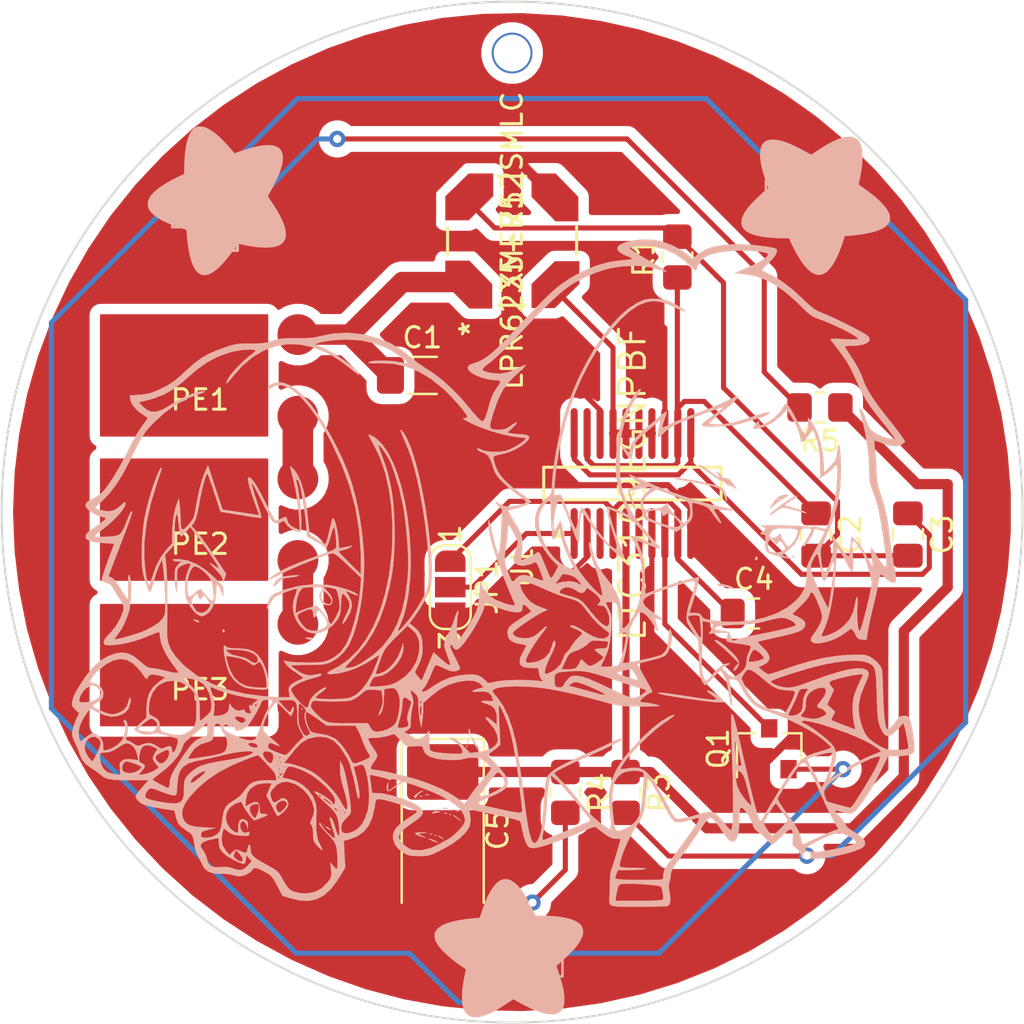
<source format=kicad_pcb>
(kicad_pcb (version 20171130) (host pcbnew 5.1.9)
  (layers (0 F.Cu signal) (31 B.Cu signal) (34 B.Paste user hide) (35 F.Paste user hide) (36 B.SilkS user) (37 F.SilkS user hide) (38 B.Mask user) (39 F.Mask user) (44 Edge.Cuts user))
  (net 0 "")
  (net 1 GND)
  (net 2 "Net-(C1-Pad1)")
  (net 3 "Net-(C2-Pad2)")
  (net 4 "Net-(C2-Pad1)")
  (net 5 "Net-(C3-Pad1)")
  (net 6 "Net-(C4-Pad1)")
  (net 7 "Net-(PE1-Pad1)")
  (net 8 "Net-(D2-Pad2)")
  (net 9 "Net-(D3-Pad2)")
  (net 10 /2.35V)
  (net 11 "Net-(D4-Pad2)")
  (net 12 "Net-(D2-Pad1)")
  (net 13 "Net-(PE2-Pad1)")
  (net 14 "Net-(JP1-Pad2)")
  (net 15 /2.2V[2.35*9%;2.35*7.5%])
  (net 16 "Net-(U1-Pad14)")
  (module CM29-1:CM23-1.9-01AC (layer F.Cu) (at 144.7 98.2)
    (fp_text reference PE3 (at 0 0.5) (layer F.SilkS))
    (fp_text value Peltier_Element)
    (fp_poly (pts (xy 3.3 2.25) (xy -4.85 2.25) (xy -4.85 -3.65) (xy 3.3 -3.65)) (layer F.Cu) (width 0.1))
    (pad 1 smd circle (at 4.8 1.3) (size 2 2) (layers F.Cu F.Paste F.Mask) (net 1 GND))
    (pad 2 smd circle (at 4.8 -2.7) (size 2 2) (layers F.Cu F.Paste F.Mask) (net 13 "Net-(PE2-Pad1)"))
  )
  (module CM29-1:CM23-1.9-01AC (layer F.Cu) (at 144.7 91.07)
    (fp_text reference PE2 (at 0 0.5) (layer F.SilkS))
    (fp_text value Peltier_Element)
    (fp_poly (pts (xy 3.3 2.25) (xy -4.85 2.25) (xy -4.85 -3.65) (xy 3.3 -3.65)) (layer F.Cu) (width 0.1))
    (pad 1 smd circle (at 4.8 1.3) (size 2 2) (layers F.Cu F.Paste F.Mask) (net 13 "Net-(PE2-Pad1)"))
    (pad 2 smd circle (at 4.8 -2.7) (size 2 2) (layers F.Cu F.Paste F.Mask) (net 7 "Net-(PE1-Pad1)"))
  )
  (module CM29-1:CM23-1.9-01AC (layer F.Cu) (at 144.7 84)
    (fp_text reference PE1 (at 0 0.5) (layer F.SilkS))
    (fp_text value Peltier_Element)
    (fp_poly (pts (xy 3.3 2.25) (xy -4.85 2.25) (xy -4.85 -3.65) (xy 3.3 -3.65)) (layer F.Cu) (width 0.1))
    (pad 1 smd circle (at 4.8 1.3) (size 2 2) (layers F.Cu F.Paste F.Mask) (net 7 "Net-(PE1-Pad1)"))
    (pad 2 smd circle (at 4.8 -2.7) (size 2 2) (layers F.Cu F.Paste F.Mask) (net 2 "Net-(C1-Pad1)"))
  )
  (module CustomLibs:Star (layer B.Cu) (at 159.85 111.37 180)
    (fp_text reference G*** hide)
    (fp_text value LOGO hide)
  )
  (module CustomLibs:Star (layer B.Cu) (at 174.87 74.99)
    (fp_text reference G*** hide)
    (fp_text value LOGO hide)
  )
  (module CustomLibs:Star (layer B.Cu) (at 145.52 74.73 270)
    (fp_text reference G*** hide)
    (fp_text value LOGO hide)
  )
  (module CustomLibs:BSD_5 (layer B.Cu) (at 159.19 93.32 180)
    (fp_text reference G*** hide)
    (fp_text value LOGO hide)
  )
  (module LTC3109:Linear_Technology-LTC3109EGNPBF-Level_A (layer F.Cu) (at 165.9 88.6 90)
    (fp_text reference U1 (at -5.199999 -5.4 90) (layer F.SilkS) (effects (justify left)))
    (fp_text value LTC3109EGNPBF (at 0 0 90) (layer F.SilkS) (effects (font (size 1.27 1.27))))
    (pad 1 smd roundrect (at -2.45 -2.8575) (size 0.349999 2.5) (layers F.Cu F.Paste F.Mask) (roundrect_rratio 0.4999985714244898) (net 14 "Net-(JP1-Pad2)"))
    (pad 2 smd roundrect (at -2.45 -2.2225) (size 0.349999 2.5) (layers F.Cu F.Paste F.Mask) (roundrect_rratio 0.4999985714244898) (net 1 GND))
    (pad 3 smd roundrect (at -2.45 -1.5875) (size 0.349999 2.5) (layers F.Cu F.Paste F.Mask) (roundrect_rratio 0.4999985714244898))
    (pad 4 smd roundrect (at -2.45 -0.9525) (size 0.349999 2.5) (layers F.Cu F.Paste F.Mask) (roundrect_rratio 0.4999985714244898) (net 6 "Net-(C4-Pad1)"))
    (pad 5 smd roundrect (at -2.45 -0.3175) (size 0.349999 2.5) (layers F.Cu F.Paste F.Mask) (roundrect_rratio 0.4999985714244898) (net 10 /2.35V))
    (pad 6 smd roundrect (at -2.45 0.3175) (size 0.349999 2.5) (layers F.Cu F.Paste F.Mask) (roundrect_rratio 0.4999985714244898))
    (pad 7 smd roundrect (at -2.45 0.9525) (size 0.349999 2.5) (layers F.Cu F.Paste F.Mask) (roundrect_rratio 0.4999985714244898) (net 1 GND))
    (pad 8 smd roundrect (at -2.45 1.5875) (size 0.349999 2.5) (layers F.Cu F.Paste F.Mask) (roundrect_rratio 0.4999985714244898) (net 15 /2.2V[2.35*9%;2.35*7.5%]))
    (pad 9 smd roundrect (at -2.45 2.2225) (size 0.349999 2.5) (layers F.Cu F.Paste F.Mask) (roundrect_rratio 0.4999985714244898) (net 6 "Net-(C4-Pad1)"))
    (pad 10 smd roundrect (at -2.45 2.8575) (size 0.349999 2.5) (layers F.Cu F.Paste F.Mask) (roundrect_rratio 0.4999985714244898) (net 1 GND))
    (pad 20 smd roundrect (at 2.45 -2.8575) (size 0.349999 2.5) (layers F.Cu F.Paste F.Mask) (roundrect_rratio 0.4999985714244898) (net 5 "Net-(C3-Pad1)"))
    (pad 19 smd roundrect (at 2.45 -2.2225) (size 0.349999 2.5) (layers F.Cu F.Paste F.Mask) (roundrect_rratio 0.4999985714244898) (net 4 "Net-(C2-Pad1)"))
    (pad 18 smd roundrect (at 2.45 -1.5875) (size 0.349999 2.5) (layers F.Cu F.Paste F.Mask) (roundrect_rratio 0.4999985714244898) (net 1 GND))
    (pad 17 smd roundrect (at 2.45 -0.9525) (size 0.349999 2.5) (layers F.Cu F.Paste F.Mask) (roundrect_rratio 0.4999985714244898) (net 16 "Net-(U1-Pad14)"))
    (pad 16 smd roundrect (at 2.45 -0.3175) (size 0.349999 2.5) (layers F.Cu F.Paste F.Mask) (roundrect_rratio 0.4999985714244898) (net 16 "Net-(U1-Pad14)"))
    (pad 15 smd roundrect (at 2.45 0.3175) (size 0.349999 2.5) (layers F.Cu F.Paste F.Mask) (roundrect_rratio 0.4999985714244898) (net 16 "Net-(U1-Pad14)"))
    (pad 14 smd roundrect (at 2.45 0.9525) (size 0.349999 2.5) (layers F.Cu F.Paste F.Mask) (roundrect_rratio 0.4999985714244898) (net 16 "Net-(U1-Pad14)"))
    (pad 13 smd roundrect (at 2.45 1.5875) (size 0.349999 2.5) (layers F.Cu F.Paste F.Mask) (roundrect_rratio 0.4999985714244898) (net 1 GND))
    (pad 12 smd roundrect (at 2.45 2.2225) (size 0.349999 2.5) (layers F.Cu F.Paste F.Mask) (roundrect_rratio 0.4999985714244898) (net 4 "Net-(C2-Pad1)"))
    (pad 11 smd roundrect (at 2.45 2.8575) (size 0.349999 2.5) (layers F.Cu F.Paste F.Mask) (roundrect_rratio 0.4999985714244898) (net 5 "Net-(C3-Pad1)"))
  )
  (module footprints:LPR6235-752SMLC (layer F.Cu) (at 160 76.7 90)
    (fp_text reference XMER1 (at 0 0 90) (layer F.SilkS))
    (fp_text value LPR6235-752SMLC (at 0 0 90) (layer F.SilkS))
    (fp_text user * (at -4.318 -2.032 90) (layer F.SilkS))
    (fp_text user * (at -4.318 -2.032 90) (layer F.SilkS))
    (pad 2 smd custom (at -2.3 2 180) (size 1.524 1.524) (layers F.Cu F.Paste F.Mask) (net 16 "Net-(U1-Pad14)") (options (clearance outline) (anchor circle)) (primitives (gr_poly (pts (xy -0.1 -1) (xy 1.05 -1) (xy 1.05 0.18) (xy -0.1 1.3) (xy -1.3 1.3) (xy -1.3 0.18)) (width 0))))
    (pad 3 smd custom (at 2.25 1.95 90) (size 1.524 1.524) (layers F.Cu F.Paste F.Mask) (net 1 GND) (options (clearance outline) (anchor circle)) (primitives (gr_poly (pts (xy -0.1 -1) (xy 1.05 -1) (xy 1.05 0.18) (xy -0.1 1.3) (xy -1.3 1.3) (xy -1.3 0.18)) (width 0))))
    (pad 4 smd custom (at 2 -2.225 180) (size 1.524 1.524) (layers F.Cu F.Paste F.Mask) (net 3 "Net-(C2-Pad2)") (options (clearance outline) (anchor circle)) (primitives (gr_poly (pts (xy -0.1 -1) (xy 1.05 -1) (xy 1.05 0.18) (xy -0.1 1.3) (xy -1.3 1.3) (xy -1.3 0.18)) (width 0))))
    (pad 1 smd custom (at -2.025 -2.275 90) (size 1.524 1.524) (layers F.Cu F.Paste F.Mask) (net 2 "Net-(C1-Pad1)") (options (clearance outline) (anchor circle)) (primitives (gr_poly (pts (xy -0.1 -1) (xy 1.05 -1) (xy 1.05 0.18) (xy -0.1 1.3) (xy -1.3 1.3) (xy -1.3 0.18)) (width 0))))
  )
  (module Capacitor_Tantalum_SMD:CP_EIA-7132-28_AVX-C_Pad2.72x3.50mm_HandSolder (layer F.Cu) (at 156.6 105.6 270)
    (fp_text reference C5 (at 0 -2.7 90) (layer F.SilkS))
    (fp_text value "1 mF")
    (pad 2 smd roundrect (at 2.8625 0 270) (size 2.725 3.5) (layers F.Cu F.Paste F.Mask) (roundrect_rratio 0.09174275229357798) (net 1 GND))
    (pad 1 smd roundrect (at -2.8625 0 270) (size 2.725 3.5) (layers F.Cu F.Paste F.Mask) (roundrect_rratio 0.09174275229357798) (net 10 /2.35V))
  )
  (module Capacitor_SMD:C_1206_3216Metric_Pad1.33x1.80mm_HandSolder (layer F.Cu) (at 155.6 83.3)
    (fp_text reference C1 (at 0 -1.85) (layer F.SilkS))
    (fp_text value "220 uF")
    (pad 2 smd roundrect (at 1.5625 0) (size 1.325 1.8) (layers F.Cu F.Paste F.Mask) (roundrect_rratio 0.1886769811320755) (net 1 GND))
    (pad 1 smd roundrect (at -1.5625 0) (size 1.325 1.8) (layers F.Cu F.Paste F.Mask) (roundrect_rratio 0.1886769811320755) (net 2 "Net-(C1-Pad1)"))
  )
  (module Resistor_SMD:R_0805_2012Metric_Pad1.20x1.40mm_HandSolder (layer F.Cu) (at 168.1 77.5 90)
    (fp_text reference R1 (at 0 -1.65 90) (layer F.SilkS))
    (fp_text value "330 KOhm")
    (pad 1 smd roundrect (at -1 0 90) (size 1.2 1.4) (layers F.Cu F.Paste F.Mask) (roundrect_rratio 0.2083325) (net 4 "Net-(C2-Pad1)"))
    (pad 2 smd roundrect (at 1 0 90) (size 1.2 1.4) (layers F.Cu F.Paste F.Mask) (roundrect_rratio 0.2083325) (net 3 "Net-(C2-Pad2)"))
  )
  (module Jumper:SolderJumper-3_P1.3mm_Open_RoundedPad1.0x1.5mm_NumberLabels (layer F.Cu) (at 156.97 93.68 270)
    (fp_text reference JP1 (at 0 -1.8 90) (layer F.SilkS))
    (fp_text value SolderJumper_3_Open)
    (fp_text user 1 (at -2.6 0 90) (layer F.SilkS))
    (fp_text user 3 (at 2.6 0 90) (layer F.SilkS))
    (pad 2 smd rect (at 0 0 270) (size 1 1.5) (layers F.Cu F.Mask) (net 14 "Net-(JP1-Pad2)"))
    (pad 3 smd custom (at 1.3 0 270) (size 1 0.5) (layers F.Cu F.Mask) (net 1 GND) (options (clearance outline) (anchor rect)) (primitives (gr_circle (center 0 0.25) (end 0.5 0.25) (width 0)) (gr_circle (center 0 -0.25) (end 0.5 -0.25) (width 0)) (gr_poly (pts (xy -0.55 -0.75) (xy 0 -0.75) (xy 0 0.75) (xy -0.55 0.75)) (width 0))))
    (pad 1 smd custom (at -1.3 0 270) (size 1 0.5) (layers F.Cu F.Mask) (net 6 "Net-(C4-Pad1)") (options (clearance outline) (anchor rect)) (primitives (gr_circle (center 0 0.25) (end 0.5 0.25) (width 0)) (gr_circle (center 0 -0.25) (end 0.5 -0.25) (width 0)) (gr_poly (pts (xy 0.55 -0.75) (xy 0 -0.75) (xy 0 0.75) (xy 0.55 0.75)) (width 0))))
  )
  (module Resistor_SMD:R_0805_2012Metric_Pad1.20x1.40mm_HandSolder (layer F.Cu) (at 175.09 84.87 180)
    (fp_text reference R5 (at 0 -1.65) (layer F.SilkS))
    (fp_text value "1 Ohm")
    (pad 2 smd roundrect (at 1 0 180) (size 1.2 1.4) (layers F.Cu F.Paste F.Mask) (roundrect_rratio 0.2083325) (net 11 "Net-(D4-Pad2)"))
    (pad 1 smd roundrect (at -1 0 180) (size 1.2 1.4) (layers F.Cu F.Paste F.Mask) (roundrect_rratio 0.2083325) (net 10 /2.35V))
  )
  (module LED_SMD:LED_1206_3216Metric_Pad1.42x1.75mm_HandSolder (layer B.Cu) (at 145.8 74.9)
    (fp_text reference D4 (at 0 1.82) (layer B.SilkS) (effects (justify mirror)))
    (fp_text value LED)
    (pad 2 smd roundrect (at 1.4875 0) (size 1.425 1.75) (layers B.Cu B.Paste B.Mask) (roundrect_rratio 0.1754385964912281) (net 11 "Net-(D4-Pad2)"))
    (pad 1 smd roundrect (at -1.4875 0) (size 1.425 1.75) (layers B.Cu B.Paste B.Mask) (roundrect_rratio 0.1754385964912281) (net 12 "Net-(D2-Pad1)"))
  )
  (module Package_TO_SOT_SMD:SOT-23 (layer F.Cu) (at 172.6 101.6 90)
    (fp_text reference Q1 (at 0 -2.5 90) (layer F.SilkS))
    (fp_text value Q_NMOS_SDG)
    (pad 3 smd rect (at 1 0 90) (size 0.9 0.8) (layers F.Cu F.Paste F.Mask) (net 15 /2.2V[2.35*9%;2.35*7.5%]))
    (pad 2 smd rect (at -1 0.95 90) (size 0.9 0.8) (layers F.Cu F.Paste F.Mask) (net 12 "Net-(D2-Pad1)"))
    (pad 1 smd rect (at -1 -0.95 90) (size 0.9 0.8) (layers F.Cu F.Paste F.Mask) (net 1 GND))
  )
  (module Resistor_SMD:R_0805_2012Metric_Pad1.20x1.40mm_HandSolder (layer F.Cu) (at 162.61 103.74 270)
    (fp_text reference R4 (at 0 -1.65 90) (layer F.SilkS))
    (fp_text value "1 Ohm")
    (pad 2 smd roundrect (at 1 0 270) (size 1.2 1.4) (layers F.Cu F.Paste F.Mask) (roundrect_rratio 0.2083325) (net 9 "Net-(D3-Pad2)"))
    (pad 1 smd roundrect (at -1 0 270) (size 1.2 1.4) (layers F.Cu F.Paste F.Mask) (roundrect_rratio 0.2083325) (net 10 /2.35V))
  )
  (module Resistor_SMD:R_0805_2012Metric_Pad1.20x1.40mm_HandSolder (layer F.Cu) (at 165.56 103.74 270)
    (fp_text reference R3 (at 0 -1.65 90) (layer F.SilkS))
    (fp_text value "1 Ohm")
    (pad 2 smd roundrect (at 1 0 270) (size 1.2 1.4) (layers F.Cu F.Paste F.Mask) (roundrect_rratio 0.2083325) (net 8 "Net-(D2-Pad2)"))
    (pad 1 smd roundrect (at -1 0 270) (size 1.2 1.4) (layers F.Cu F.Paste F.Mask) (roundrect_rratio 0.2083325) (net 10 /2.35V))
  )
  (module LED_SMD:LED_1206_3216Metric_Pad1.42x1.75mm_HandSolder (layer B.Cu) (at 160.01 111.62 180)
    (fp_text reference D3 (at 0 1.82) (layer B.SilkS) (effects (justify mirror)))
    (fp_text value LED)
    (pad 2 smd roundrect (at 1.4875 0 180) (size 1.425 1.75) (layers B.Cu B.Paste B.Mask) (roundrect_rratio 0.1754385964912281) (net 9 "Net-(D3-Pad2)"))
    (pad 1 smd roundrect (at -1.4875 0 180) (size 1.425 1.75) (layers B.Cu B.Paste B.Mask) (roundrect_rratio 0.1754385964912281) (net 12 "Net-(D2-Pad1)"))
  )
  (module LED_SMD:LED_1206_3216Metric_Pad1.42x1.75mm_HandSolder (layer B.Cu) (at 174.9 74.9)
    (fp_text reference D2 (at 0 1.82) (layer B.SilkS) (effects (justify mirror)))
    (fp_text value LED)
    (pad 2 smd roundrect (at 1.4875 0) (size 1.425 1.75) (layers B.Cu B.Paste B.Mask) (roundrect_rratio 0.1754385964912281) (net 8 "Net-(D2-Pad2)"))
    (pad 1 smd roundrect (at -1.4875 0) (size 1.425 1.75) (layers B.Cu B.Paste B.Mask) (roundrect_rratio 0.1754385964912281) (net 12 "Net-(D2-Pad1)"))
  )
  (module Capacitor_SMD:C_0805_2012Metric_Pad1.18x1.45mm_HandSolder (layer F.Cu) (at 171.85 94.97)
    (fp_text reference C4 (at 0 -1.68) (layer F.SilkS))
    (fp_text value "10 uF")
    (pad 2 smd roundrect (at 1.0375 0) (size 1.175 1.45) (layers F.Cu F.Paste F.Mask) (roundrect_rratio 0.2127659574468085) (net 1 GND))
    (pad 1 smd roundrect (at -1.0375 0) (size 1.175 1.45) (layers F.Cu F.Paste F.Mask) (roundrect_rratio 0.2127659574468085) (net 6 "Net-(C4-Pad1)"))
  )
  (module Capacitor_SMD:C_0805_2012Metric_Pad1.18x1.45mm_HandSolder (layer F.Cu) (at 179.4 91.1 270)
    (fp_text reference C3 (at 0 -1.68 90) (layer F.SilkS))
    (fp_text value "330 pF")
    (pad 2 smd roundrect (at 1.0375 0 270) (size 1.175 1.45) (layers F.Cu F.Paste F.Mask) (roundrect_rratio 0.2127659574468085) (net 3 "Net-(C2-Pad2)"))
    (pad 1 smd roundrect (at -1.0375 0 270) (size 1.175 1.45) (layers F.Cu F.Paste F.Mask) (roundrect_rratio 0.2127659574468085) (net 5 "Net-(C3-Pad1)"))
  )
  (module Capacitor_SMD:C_0805_2012Metric_Pad1.18x1.45mm_HandSolder (layer F.Cu) (at 174.9 91.1 270)
    (fp_text reference C2 (at 0 -1.68 90) (layer F.SilkS))
    (fp_text value "1 nF")
    (pad 2 smd roundrect (at 1.0375 0 270) (size 1.175 1.45) (layers F.Cu F.Paste F.Mask) (roundrect_rratio 0.2127659574468085) (net 3 "Net-(C2-Pad2)"))
    (pad 1 smd roundrect (at -1.0375 0 270) (size 1.175 1.45) (layers F.Cu F.Paste F.Mask) (roundrect_rratio 0.2127659574468085) (net 4 "Net-(C2-Pad1)"))
  )
  (gr_circle (center 160 90) (end 185 91) (layer Edge.Cuts) (width 0.1))
  (via (at 160 67.5) (size 2) (drill 1.8) (layers F.Cu B.Cu) (net 0))
  (segment (start 166.8525 97.8025) (end 171.65 102.6) (width 0.25) (layer F.Cu) (net 1))
  (segment (start 166.8525 91.05) (end 166.8525 97.8025) (width 0.25) (layer F.Cu) (net 1))
  (segment (start 163.6775 92.1225) (end 163.7 92.145) (width 0.25) (layer F.Cu) (net 1))
  (segment (start 163.6775 91.05) (end 163.6775 92.1225) (width 0.25) (layer F.Cu) (net 1))
  (segment (start 162.609624 83.3) (end 157.1625 83.3) (width 0.25) (layer F.Cu) (net 1))
  (segment (start 164.3125 85.002876) (end 162.609624 83.3) (width 0.25) (layer F.Cu) (net 1))
  (segment (start 164.3125 86.15) (end 164.3125 85.002876) (width 0.25) (layer F.Cu) (net 1))
  (segment (start 162.487528 88.625028) (end 157.1625 83.3) (width 0.25) (layer F.Cu) (net 1))
  (segment (start 167.453535 88.68) (end 162.46 88.68) (width 0.3) (layer F.Cu) (net 1))
  (segment (start 159.35001 81.11249) (end 157.1625 83.3) (width 0.25) (layer F.Cu) (net 1))
  (segment (start 172.8875 94.97) (end 173.325001 95.407501) (width 0.25) (layer F.Cu) (net 1))
  (segment (start 159.72501 80.73749) (end 157.1625 83.3) (width 1) (layer F.Cu) (net 1))
  (segment (start 159.72501 78.005066) (end 159.72501 80.73749) (width 0.5) (layer F.Cu) (net 1))
  (segment (start 158.694934 76.97499) (end 159.72501 78.005066) (width 0.5) (layer F.Cu) (net 1))
  (segment (start 156.435044 76.97499) (end 158.694934 76.97499) (width 0.5) (layer F.Cu) (net 1))
  (segment (start 156.02499 76.564936) (end 156.435044 76.97499) (width 0.5) (layer F.Cu) (net 1))
  (segment (start 156.02499 74.230046) (end 156.02499 76.564936) (width 0.5) (layer F.Cu) (net 1))
  (segment (start 157.555046 72.69999) (end 156.02499 74.230046) (width 0.5) (layer F.Cu) (net 1))
  (segment (start 160.19999 72.69999) (end 157.555046 72.69999) (width 0.4) (layer F.Cu) (net 1))
  (segment (start 161.95 74.45) (end 160.19999 72.69999) (width 0.5) (layer F.Cu) (net 1))
  (segment (start 160.894624 94.98) (end 156.97 94.98) (width 0.25) (layer F.Cu) (net 1))
  (segment (start 163.6775 92.197124) (end 160.894624 94.98) (width 0.25) (layer F.Cu) (net 1))
  (segment (start 163.6775 91.05) (end 163.6775 92.197124) (width 0.25) (layer F.Cu) (net 1))
  (segment (start 167.472874 80.972874) (end 163.42 76.92) (width 0.25) (layer F.Cu) (net 1))
  (segment (start 167.4875 80.9875) (end 167.472874 80.972874) (width 0.25) (layer F.Cu) (net 1))
  (segment (start 167.4875 86.15) (end 167.4875 80.9875) (width 0.25) (layer F.Cu) (net 1))
  (segment (start 160.800076 76.93) (end 159.72501 78.005066) (width 0.25) (layer F.Cu) (net 1))
  (segment (start 163.42 76.93) (end 160.800076 76.93) (width 0.25) (layer F.Cu) (net 1))
  (segment (start 172.69 94.63) (end 168.77 90.71) (width 0.4) (layer F.Cu) (net 1))
  (segment (start 172.8875 94.97) (end 172.6775 94.97) (width 0.25) (layer F.Cu) (net 1))
  (segment (start 167.6375 88.68) (end 167.453535 88.68) (width 0.3) (layer F.Cu) (net 1))
  (segment (start 168.7575 89.8) (end 167.6375 88.68) (width 0.3) (layer F.Cu) (net 1))
  (segment (start 168.7575 91.05) (end 168.7575 89.8) (width 0.3) (layer F.Cu) (net 1))
  (segment (start 172.8875 94.97) (end 174.3 94.97) (width 0.4) (layer F.Cu) (net 1))
  (segment (start 174.3 94.97) (end 177.22 97.89) (width 0.4) (layer F.Cu) (net 1))
  (segment (start 172.114998 102.6) (end 171.65 102.6) (width 0.4) (layer F.Cu) (net 1))
  (segment (start 176.824998 97.89) (end 172.114998 102.6) (width 0.4) (layer F.Cu) (net 1))
  (segment (start 177.22 97.89) (end 176.824998 97.89) (width 0.4) (layer F.Cu) (net 1))
  (segment (start 152.0375 81.3) (end 154.0375 83.3) (width 1) (layer F.Cu) (net 2))
  (segment (start 149.5 81.3) (end 152.0375 81.3) (width 1) (layer F.Cu) (net 2))
  (segment (start 154.6125 78.725) (end 152.0375 81.3) (width 1) (layer F.Cu) (net 2))
  (segment (start 157.725 78.725) (end 154.6125 78.725) (width 1) (layer F.Cu) (net 2))
  (segment (start 167.67501 76.07501) (end 168.1 76.5) (width 0.25) (layer F.Cu) (net 3))
  (segment (start 159.15001 76.07501) (end 167.67501 76.07501) (width 0.25) (layer F.Cu) (net 3))
  (segment (start 157.775 74.7) (end 159.15001 76.07501) (width 0.25) (layer F.Cu) (net 3))
  (segment (start 174.9 92.1375) (end 179.4 92.1375) (width 0.25) (layer F.Cu) (net 3))
  (segment (start 175.95001 89.48682) (end 170.36319 83.9) (width 0.25) (layer F.Cu) (net 3))
  (segment (start 175.95001 91.08749) (end 175.95001 89.48682) (width 0.25) (layer F.Cu) (net 3))
  (segment (start 174.9 92.1375) (end 175.95001 91.08749) (width 0.25) (layer F.Cu) (net 3))
  (segment (start 170.36319 78.76319) (end 168.1 76.5) (width 0.25) (layer F.Cu) (net 3))
  (segment (start 170.36319 83.9) (end 170.36319 78.76319) (width 0.25) (layer F.Cu) (net 3))
  (segment (start 168.1225 84.9) (end 168.1225 86.15) (width 0.25) (layer F.Cu) (net 4))
  (segment (start 168.44751 84.57499) (end 168.1225 84.9) (width 0.25) (layer F.Cu) (net 4))
  (segment (start 169.41249 84.57499) (end 168.44751 84.57499) (width 0.25) (layer F.Cu) (net 4))
  (segment (start 174.9 90.0625) (end 169.41249 84.57499) (width 0.25) (layer F.Cu) (net 4))
  (segment (start 168.1 86.1275) (end 168.1225 86.15) (width 0.25) (layer F.Cu) (net 4))
  (segment (start 168.1 78.5) (end 168.1 86.1275) (width 0.25) (layer F.Cu) (net 4))
  (segment (start 168.1225 87.5575) (end 168.1225 86.15) (width 0.25) (layer F.Cu) (net 4))
  (segment (start 167.95499 87.72501) (end 168.1225 87.5575) (width 0.25) (layer F.Cu) (net 4))
  (segment (start 164.00251 87.72501) (end 167.95499 87.72501) (width 0.25) (layer F.Cu) (net 4))
  (segment (start 163.6775 87.4) (end 164.00251 87.72501) (width 0.25) (layer F.Cu) (net 4))
  (segment (start 163.6775 86.15) (end 163.6775 87.4) (width 0.25) (layer F.Cu) (net 4))
  (segment (start 180.11318 93.05001) (end 174.18682 93.05001) (width 0.25) (layer F.Cu) (net 5))
  (segment (start 180.45001 92.71318) (end 180.11318 93.05001) (width 0.25) (layer F.Cu) (net 5))
  (segment (start 180.45001 91.11251) (end 180.45001 92.71318) (width 0.25) (layer F.Cu) (net 5))
  (segment (start 179.4 90.0625) (end 180.45001 91.11251) (width 0.25) (layer F.Cu) (net 5))
  (segment (start 168.7575 87.297124) (end 168.7575 86.15) (width 0.25) (layer F.Cu) (net 5))
  (segment (start 168.7575 87.55891) (end 168.7575 86.15) (width 0.25) (layer F.Cu) (net 5))
  (segment (start 168.141391 88.175019) (end 168.7575 87.55891) (width 0.25) (layer F.Cu) (net 5))
  (segment (start 163.81611 88.17502) (end 168.141391 88.175019) (width 0.25) (layer F.Cu) (net 5))
  (segment (start 163.0425 87.40141) (end 163.81611 88.17502) (width 0.25) (layer F.Cu) (net 5))
  (segment (start 163.0425 86.15) (end 163.0425 87.40141) (width 0.25) (layer F.Cu) (net 5))
  (segment (start 168.7575 87.62069) (end 168.7575 87.55891) (width 0.25) (layer F.Cu) (net 5))
  (segment (start 174.18682 93.05001) (end 168.7575 87.62069) (width 0.25) (layer F.Cu) (net 5))
  (segment (start 165.375386 89.47499) (end 167.694614 89.47499) (width 0.25) (layer F.Cu) (net 6))
  (segment (start 168.1225 89.902876) (end 168.1225 91.05) (width 0.25) (layer F.Cu) (net 6))
  (segment (start 167.694614 89.47499) (end 168.1225 89.902876) (width 0.25) (layer F.Cu) (net 6))
  (segment (start 164.9475 89.902876) (end 165.375386 89.47499) (width 0.25) (layer F.Cu) (net 6))
  (segment (start 168.1225 92.3) (end 170.7925 94.97) (width 0.25) (layer F.Cu) (net 6))
  (segment (start 170.7925 94.97) (end 170.8125 94.97) (width 0.25) (layer F.Cu) (net 6))
  (segment (start 168.1225 91.05) (end 168.1225 92.3) (width 0.25) (layer F.Cu) (net 6))
  (segment (start 159.87501 89.47499) (end 156.97 92.38) (width 0.25) (layer F.Cu) (net 6))
  (segment (start 164.519614 89.47499) (end 159.87501 89.47499) (width 0.25) (layer F.Cu) (net 6))
  (segment (start 164.9475 89.902876) (end 164.519614 89.47499) (width 0.25) (layer F.Cu) (net 6))
  (segment (start 164.9475 91.05) (end 164.9475 89.902876) (width 0.25) (layer F.Cu) (net 6))
  (segment (start 149.5 88.37) (end 149.5 85.3) (width 1.5) (layer F.Cu) (net 7))
  (segment (start 165.56 104.74) (end 167.68 106.86) (width 0.25) (layer F.Cu) (net 8))
  (segment (start 176.3875 74.9) (end 177.53 74.9) (width 0.25) (layer B.Cu) (net 8))
  (segment (start 177.53 74.9) (end 182.23 79.6) (width 0.25) (layer B.Cu) (net 8))
  (segment (start 182.23 79.6) (end 182.23 100.31) (width 0.25) (layer B.Cu) (net 8))
  (segment (start 182.23 100.31) (end 176.41 106.13) (width 0.25) (layer B.Cu) (net 8))
  (via (at 174.45 106.84) (size 0.8) (drill 0.4) (layers F.Cu B.Cu) (net 8))
  (segment (start 174.43 106.86) (end 174.45 106.84) (width 0.25) (layer F.Cu) (net 8))
  (segment (start 167.68 106.86) (end 174.43 106.86) (width 0.25) (layer F.Cu) (net 8))
  (segment (start 174.45 106.84) (end 175.68 106.84) (width 0.25) (layer B.Cu) (net 8))
  (segment (start 176.39 106.13) (end 176.41 106.13) (width 0.25) (layer B.Cu) (net 8))
  (segment (start 175.68 106.84) (end 176.39 106.13) (width 0.25) (layer B.Cu) (net 8))
  (via (at 161 109.14) (size 0.8) (drill 0.4) (layers F.Cu B.Cu) (net 9))
  (segment (start 162.61 107.53) (end 161 109.14) (width 0.25) (layer F.Cu) (net 9))
  (segment (start 162.61 104.74) (end 162.61 107.53) (width 0.25) (layer F.Cu) (net 9))
  (segment (start 158.5225 111.6175) (end 158.5225 111.62) (width 0.25) (layer B.Cu) (net 9))
  (segment (start 161 109.14) (end 158.5225 111.6175) (width 0.25) (layer B.Cu) (net 9))
  (segment (start 162.6075 102.7375) (end 162.61 102.74) (width 0.5) (layer F.Cu) (net 10))
  (segment (start 156.6 102.7375) (end 162.6075 102.7375) (width 0.5) (layer F.Cu) (net 10))
  (segment (start 162.61 102.74) (end 165.56 102.74) (width 0.5) (layer F.Cu) (net 10))
  (segment (start 165.5825 102.7175) (end 165.5825 91.05) (width 0.35) (layer F.Cu) (net 10))
  (segment (start 165.56 102.74) (end 165.5825 102.7175) (width 0.5) (layer F.Cu) (net 10))
  (segment (start 176.65 105.5) (end 179.2 102.95) (width 0.5) (layer F.Cu) (net 10))
  (segment (start 169.55 105.5) (end 176.65 105.5) (width 0.5) (layer F.Cu) (net 10))
  (segment (start 166.79 102.74) (end 169.55 105.5) (width 0.5) (layer F.Cu) (net 10))
  (segment (start 165.56 102.74) (end 166.79 102.74) (width 0.5) (layer F.Cu) (net 10))
  (segment (start 179.85004 88.63004) (end 176.09 84.87) (width 0.5) (layer F.Cu) (net 10))
  (segment (start 181.35 88.63004) (end 179.85004 88.63004) (width 0.5) (layer F.Cu) (net 10))
  (segment (start 181.35 93.68) (end 181.35 88.63004) (width 0.5) (layer F.Cu) (net 10))
  (segment (start 179.2 95.83) (end 181.35 93.68) (width 0.5) (layer F.Cu) (net 10))
  (segment (start 179.2 102.95) (end 179.2 95.83) (width 0.5) (layer F.Cu) (net 10))
  (via (at 151.43 71.71) (size 0.8) (drill 0.4) (layers F.Cu B.Cu) (net 11))
  (segment (start 165.63 71.71) (end 151.43 71.71) (width 0.25) (layer F.Cu) (net 11))
  (segment (start 172.36 78.44) (end 165.63 71.71) (width 0.25) (layer F.Cu) (net 11))
  (segment (start 150.4775 71.71) (end 147.2875 74.9) (width 0.25) (layer B.Cu) (net 11))
  (segment (start 151.43 71.71) (end 150.4775 71.71) (width 0.25) (layer B.Cu) (net 11))
  (segment (start 172.36 83.14) (end 174.09 84.87) (width 0.25) (layer F.Cu) (net 11))
  (segment (start 172.36 78.44) (end 172.36 83.14) (width 0.25) (layer F.Cu) (net 11))
  (via (at 176.22 102.6) (size 0.8) (drill 0.4) (layers F.Cu B.Cu) (net 12))
  (segment (start 176.22 102.6) (end 173.55 102.6) (width 0.25) (layer F.Cu) (net 12))
  (segment (start 173.4125 74.9) (end 173.4125 73.6325) (width 0.25) (layer B.Cu) (net 12))
  (segment (start 173.4125 73.6325) (end 169.51 69.73) (width 0.25) (layer B.Cu) (net 12))
  (segment (start 149.4825 69.73) (end 144.3125 74.9) (width 0.25) (layer B.Cu) (net 12))
  (segment (start 169.51 69.73) (end 149.4825 69.73) (width 0.25) (layer B.Cu) (net 12))
  (segment (start 149.42 111.62) (end 154.97 111.62) (width 0.25) (layer B.Cu) (net 12))
  (segment (start 137.42 99.62) (end 149.42 111.62) (width 0.25) (layer B.Cu) (net 12))
  (segment (start 137.42 80.71) (end 137.42 99.62) (width 0.25) (layer B.Cu) (net 12))
  (segment (start 143.23 74.9) (end 137.42 80.71) (width 0.25) (layer B.Cu) (net 12))
  (segment (start 154.97 111.62) (end 157.38 114.03) (width 0.25) (layer B.Cu) (net 12))
  (segment (start 144.3125 74.9) (end 143.23 74.9) (width 0.25) (layer B.Cu) (net 12))
  (segment (start 159.0875 114.03) (end 161.4975 111.62) (width 0.25) (layer B.Cu) (net 12))
  (segment (start 157.38 114.03) (end 159.0875 114.03) (width 0.25) (layer B.Cu) (net 12))
  (segment (start 167.2 111.62) (end 176.22 102.6) (width 0.25) (layer B.Cu) (net 12))
  (segment (start 161.4975 111.62) (end 167.2 111.62) (width 0.25) (layer B.Cu) (net 12))
  (segment (start 149.5 95.5) (end 149.5 92.37) (width 1.5) (layer F.Cu) (net 13))
  (segment (start 163.0425 91.05) (end 160.7 91.05) (width 0.25) (layer F.Cu) (net 14))
  (segment (start 158.07 93.68) (end 156.97 93.68) (width 0.25) (layer F.Cu) (net 14))
  (segment (start 160.7 91.05) (end 158.07 93.68) (width 0.25) (layer F.Cu) (net 14))
  (segment (start 167.4875 95.4875) (end 167.4875 91.05) (width 0.25) (layer F.Cu) (net 15))
  (segment (start 172.6 100.6) (end 167.4875 95.4875) (width 0.25) (layer F.Cu) (net 15))
  (segment (start 164.9475 86.15) (end 166.8525 86.15) (width 0.4) (layer F.Cu) (net 16))
  (segment (start 164.9475 81.9475) (end 164.9475 86.15) (width 0.25) (layer F.Cu) (net 16))
  (segment (start 162 79) (end 164.9475 81.9475) (width 0.25) (layer F.Cu) (net 16))
  (zone (net 1) (net_name GND) (layer F.Cu) (connect_pads yes (clearance 0.508)) (min_thickness 0.254) (fill yes (arc_segments 32) (thermal_gap 0.508) (thermal_bridge_width 0.508) (smoothing chamfer))
    (polygon (pts (xy 185.1 115.1) (xy 134.9 115.1) (xy 134.9 64.9) (xy 185.1 64.9)))
  )
)
</source>
